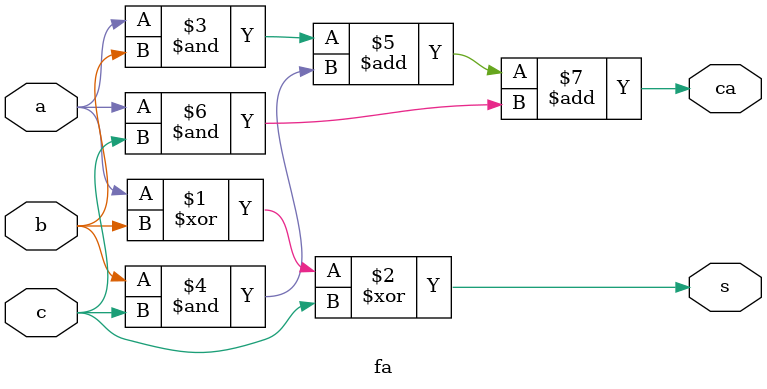
<source format=sv>

module fa(input logic a,b,c,output logic s,ca

    );
    assign s= a^b^c; 
    assign ca=(a&b)+(b&c)+(a&c);
endmodule

</source>
